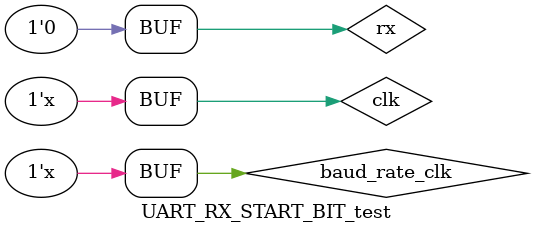
<source format=v>
`timescale 1ns / 1ps


module UART_RX_START_BIT_test;

	// Inputs
	reg clk;
	reg baud_rate_clk;
	reg rx;

	// Outputs
	wire reg_rx;
	wire [3:0] tick;

	// Instantiate the Unit Under Test (UUT)
	UART_RX_START_BIT uut (
		.clk(clk), 
		.baud_rate_clk(baud_rate_clk), 
		.rx(rx), 
		.reg_rx(reg_rx),
		.tick(tick)
	);

	initial begin
		// Initialize Inputs
		clk = 0;
		baud_rate_clk = 0;
		rx = 1;

		// Wait 100 ns for global reset to finish
		#100;
        
		// Add stimulus here
		rx = 0;
	end
	
	always #16 baud_rate_clk = ~baud_rate_clk;
	
	always #2 clk = ~clk;
      
endmodule


</source>
